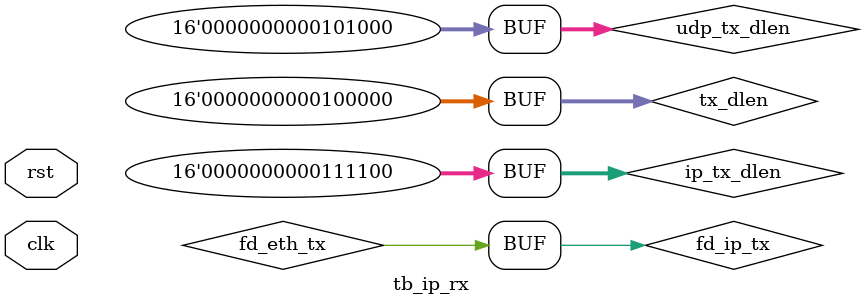
<source format=v>
module tb_ip_rx(
    input clk,
    input rst
);

    wire [15:0] tx_dlen, udp_tx_dlen;

    wire [7:0] udp_txd, tcp_txd, icmp_txd;
    wire [7:0] ip_mode_txd;
    wire [7:0] ip_txd;

    wire [7:0] udp_rxd, tcp_rxd, icmp_rxd;
    wire [7:0] ip_mode_rxd;
    wire [7:0] ip_rxd;

    wire [7:0] ip_rxm;

    (*MARK_DEBUG = "true"*)wire [7:0] fifo_txd, fifo_rxd;
    (*MARK_DEBUG = "true"*)wire fifo_txen, fifo_rxen;
    (*MARK_DEBUG = "true"*)wire fifo_full;

    wire fs_fifo_tx, fd_fifo_tx;
    wire fs_eth_tx, fd_eth_tx;

    wire fs_udp_tx, fd_udp_tx;
    wire fs_tcp_tx, fd_tcp_tx;
    wire fs_icmp_tx, fd_icmp_tx;
    wire fs_ip_tx, fd_ip_tx;
    wire fs_ip_mode_tx, fd_ip_mode_tx;

    wire fs_udp_rx, fd_udp_rx;
    wire fs_tcp_rx, fd_tcp_rx;
    wire fs_icmp_rx, fd_icmp_rx;
    wire fs_ip_rx, fd_ip_rx;
    wire fs_ip_mode_rx, fd_ip_mode_rx;

    wire [15:0] ip_tx_dlen;

    assign udp_tx_dlen = tx_dlen + 8'h8;
    assign tx_dlen = 16'h20;

    assign fs_ip_tx = fs_eth_tx;
    assign fd_eth_tx = fd_ip_tx;

    localparam IP_MODE = 8'h11;

    (*MARK_DEBUG = "true"*)reg [7:0] state; 
    reg [7:0] next_state;

    reg fs_eth_rx;

    wire [15:0] udp_rx_len, udp_rx_sip_port, udp_rx_dip_port;
    wire [31:0] ip_rx_sip_addr, ip_rx_dip_addr;
    wire fifo_read_txen;
    wire [7:0] fifo_read_txd;

    reg [7:0] cnt;

    assign ip_tx_dlen = tx_dlen + 8'h1C;

    assign ip_rxd = ip_txd;
    assign fs_ip_rx = fs_eth_rx;


    localparam IDLE = 8'h00, WAIT = 8'h01, DONE = 8'h02; 
    localparam FIFO = 8'h13;
    localparam UDP0 = 8'h20, GAP0 = 8'h21, UDP1 = 8'h22, GAP1 = 8'h23;
    localparam UDP2 = 8'h24, GAP2 = 8'h25, UDP3 = 8'h26, GAP3 = 8'h27;

    assign fs_fifo_tx = (state == FIFO);
    assign fs_eth_tx = (state == UDP0) || (state == UDP1) || (state == UDP2) || (state == UDP3);

    always@(posedge clk) begin
        fs_eth_rx <= fs_eth_tx;
    end


    always@(posedge clk or posedge rst) begin
        if(rst) state <= IDLE;
        else state <= next_state;
    end
    
    always@(*) begin
        case(state)
            IDLE: next_state <= WAIT;
            WAIT: next_state <= FIFO;
            FIFO: begin
                if(fd_fifo_tx) next_state <= UDP0;
                else next_state <= FIFO;
            end
            UDP0: begin
                if(fd_udp_tx) next_state <= GAP0;
                else next_state <= UDP0;
            end
            GAP0: begin
                if(cnt >= 8'h20) next_state <= UDP1;
                else next_state <= GAP0;
            end
            UDP1: begin
                if(fd_udp_tx) next_state <= GAP1;
                else next_state <= UDP1;
            end
            GAP1: begin
                if(cnt >= 8'h20) next_state <= UDP2;
                else next_state <= GAP1;
            end
            UDP2: begin
                if(fd_udp_tx) next_state <= GAP2;
                else next_state <= UDP2;
            end
            GAP2: begin
                if(cnt >= 8'h20) next_state <= UDP3;
                else next_state <= GAP2;
            end
            UDP3: begin
                if(fd_udp_tx) next_state <= GAP3;
                else next_state <= UDP3;
            end
            GAP3: begin
                if(cnt >= 8'h20) next_state <= DONE;
                else next_state <= GAP3;
            end
            DONE: next_state <= WAIT;
            default: next_state <= IDLE;
        endcase
    end

    always@(posedge clk or posedge rst) begin
        if(rst) cnt <= 8'h00;
        else if(state == IDLE) cnt <= 8'h00;
        else if(state == WAIT) cnt <= 8'h00;
        else if(state == GAP0) cnt <= cnt + 1'b1;
        else if(state == GAP1) cnt <= cnt + 1'b1;
        else if(state == GAP2) cnt <= cnt + 1'b1;
        else if(state == GAP3) cnt <= cnt + 1'b1;
        else cnt <= 8'h00;
    end


    fifo_tx
    fifo_tx_dut(
        .clk(clk),
        .rst(rst),
        .full(fifo_full),
        .fs(fs_fifo_tx),
        .fd(fd_fifo_tx),

        .fifo_txen(fifo_txen),
        .fifo_txd(fifo_txd)
    );


    udp_tx
    udp_tx_dut(
        .clk(clk),
        .rst(rst),
        .fs(fs_udp_tx),
        .fd(fd_udp_tx),
        .src_port(16'h1F90),
        .det_port(16'h1F90),
        .data_len(tx_dlen),
        .fifo_rxen(fifo_rxen),
        .fifo_rxd(fifo_rxd),
        .txd(udp_txd)
    );

    ip_tx
    ip_tx_dut(
        .clk(clk),
        .rst(rst),

        .data_len(ip_tx_dlen),
        .src_ip_addr(32'hC0A80002),
        .det_ip_addr(32'hC0A80003),

        .fs(fs_ip_tx),
        .fd(fd_ip_tx),

        .ip_mode(IP_MODE),

        .fs_mode(fs_ip_tx_mode),
        .fd_mode(fd_ip_tx_mode),

        .ip_mode_txd(ip_mode_txd),
        .txd(ip_txd)
    );

    ip_tx_mode
    ip_tx_mode_dut(
        .clk(clk),

        .udp_txd(udp_txd),
        .tcp_txd(tcp_txd),
        .icmp_txd(icmp_txd),

        .mode(IP_MODE),

        .fs_udp(fs_udp_tx),
        .fd_udp(fd_udp_tx),
        .fs_icmp(fs_icmp_tx),
        .fd_icmp(fd_icmp_tx),
        .fs_tcp(fs_tcp_tx),
        .fd_tcp(fd_tcp_tx),

        .fs_mode(fs_ip_tx_mode),
        .fd_mode(fd_ip_tx_mode),

        .txd(ip_mode_txd)
    );

    udp_rx
    udp_rx_dut(
        .clk(clk),
        .rst(rst),
        .rxd(udp_rxd),

        .fs(fs_udp_rx),
        .fd(fd_udp_rx),
        .dlen(udp_rx_len),
        .src_ip_port(udp_rx_sip_port),
        .det_ip_port(udp_rx_dip_port),

        .fifo_txen(fifo_read_txen),
        .fifo_txd(fifo_read_txd)
    );

    ip_rx_mode
    ip_rx_mode_dut(
        .clk(clk),

        .mode(ip_rxm),
        .fs_mode(fs_ip_mode_rx),
        .fd_mode(fd_ip_mode_rx),

        .fs_udp(fs_udp_rx),
        .fs_tcp(fs_tcp_rx),
        .fs_icmp(fs_icmp_rx),

        .fd_udp(fd_udp_rx),
        .fd_tcp(fd_tcp_rx),
        .fd_icmp(fd_icmp_rx),
        
        .rxd(ip_mode_rxd),

        .udp_rxd(udp_rxd),
        .tcp_rxd(tcp_rxd),
        .icmp_rxd(icmp_rxd)
    );

    ip_rx
    ip_rx_dut(
        .clk(clk),
        .rst(rst),

        .rxd(ip_rxd),
        .fs(fs_ip_rx),
        .fd(fd_ip_rx),

        .fs_mode(fs_ip_mode_rx),
        .fd_mode(fd_ip_mode_rx),

        .ip_mode(ip_rxm),
        .src_ip_addr(ip_rx_sip_addr),
        .det_ip_addr(ip_rx_dip_addr),
        .mode_rxd(ip_mode_rxd)
    );

    fifo_eth
    fifo_send_dut(
        .wr_clk(clk),
        .full(fifo_full),
        .din(fifo_txd),
        .wr_en(fifo_txen),

        .rd_clk(clk),
        .dout(fifo_rxd),
        .rd_en(fifo_rxen)
    );

    fifo_eth
    fifo_read_dut(
        .wr_clk(clk),
        .full(fifo_read_full),
        .din(fifo_read_txd),
        .wr_en(fifo_read_txen),

        .rd_clk(clk),
        .dout(fifo_read_rxd),
        .rd_en(fifo_read_rxen)
    );



endmodule



</source>
